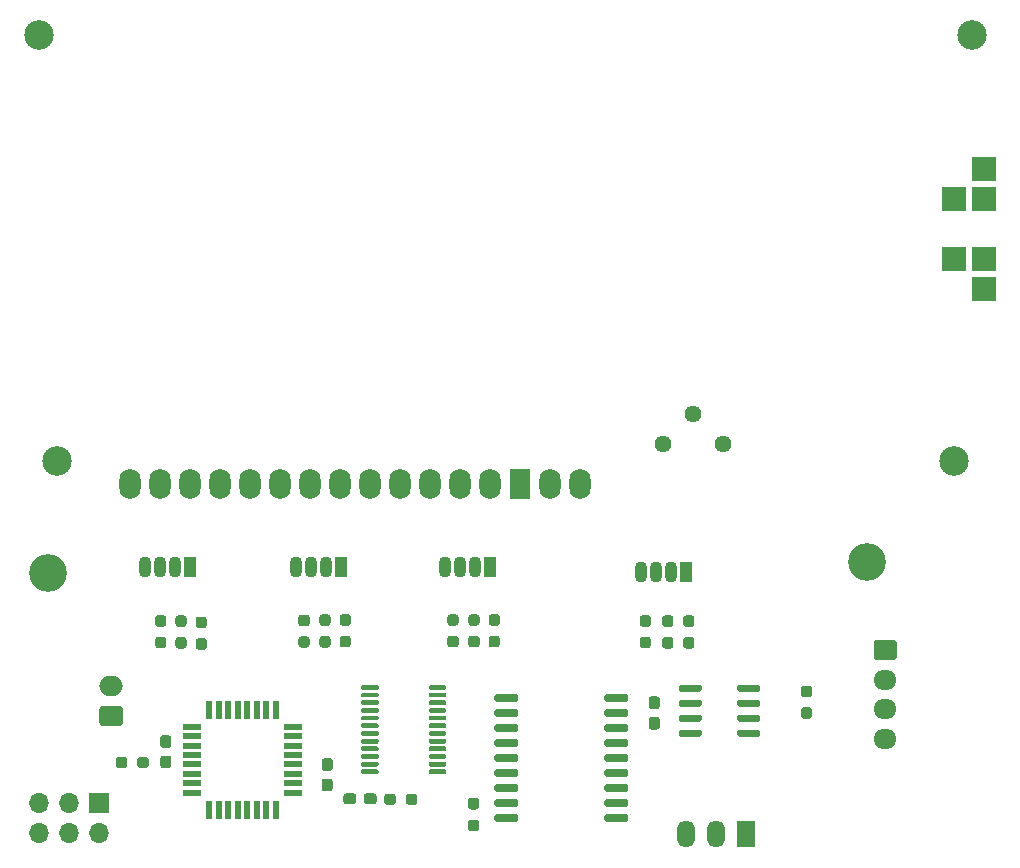
<source format=gbr>
G04 #@! TF.GenerationSoftware,KiCad,Pcbnew,5.1.7-a382d34a8~88~ubuntu18.04.1*
G04 #@! TF.CreationDate,2021-02-25T09:38:48-05:00*
G04 #@! TF.ProjectId,Dash_Left,44617368-5f4c-4656-9674-2e6b69636164,rev?*
G04 #@! TF.SameCoordinates,Original*
G04 #@! TF.FileFunction,Soldermask,Top*
G04 #@! TF.FilePolarity,Negative*
%FSLAX46Y46*%
G04 Gerber Fmt 4.6, Leading zero omitted, Abs format (unit mm)*
G04 Created by KiCad (PCBNEW 5.1.7-a382d34a8~88~ubuntu18.04.1) date 2021-02-25 09:38:48*
%MOMM*%
%LPD*%
G01*
G04 APERTURE LIST*
%ADD10R,2.000000X2.000000*%
%ADD11C,2.500000*%
%ADD12O,1.800000X2.600000*%
%ADD13R,1.800000X2.600000*%
%ADD14O,1.500000X2.300000*%
%ADD15R,1.500000X2.300000*%
%ADD16R,0.550000X1.600000*%
%ADD17R,1.600000X0.550000*%
%ADD18C,1.440000*%
%ADD19O,2.000000X1.700000*%
%ADD20O,1.700000X1.700000*%
%ADD21R,1.700000X1.700000*%
%ADD22O,1.950000X1.700000*%
%ADD23C,3.200000*%
%ADD24O,1.070000X1.800000*%
%ADD25R,1.070000X1.800000*%
G04 APERTURE END LIST*
G36*
G01*
X139099580Y-110920520D02*
X139099580Y-111395520D01*
G75*
G02*
X138862080Y-111633020I-237500J0D01*
G01*
X138262080Y-111633020D01*
G75*
G02*
X138024580Y-111395520I0J237500D01*
G01*
X138024580Y-110920520D01*
G75*
G02*
X138262080Y-110683020I237500J0D01*
G01*
X138862080Y-110683020D01*
G75*
G02*
X139099580Y-110920520I0J-237500D01*
G01*
G37*
G36*
G01*
X140824580Y-110920520D02*
X140824580Y-111395520D01*
G75*
G02*
X140587080Y-111633020I-237500J0D01*
G01*
X139987080Y-111633020D01*
G75*
G02*
X139749580Y-111395520I0J237500D01*
G01*
X139749580Y-110920520D01*
G75*
G02*
X139987080Y-110683020I237500J0D01*
G01*
X140587080Y-110683020D01*
G75*
G02*
X140824580Y-110920520I0J-237500D01*
G01*
G37*
G36*
G01*
X122317500Y-97429500D02*
X122792500Y-97429500D01*
G75*
G02*
X123030000Y-97667000I0J-237500D01*
G01*
X123030000Y-98167000D01*
G75*
G02*
X122792500Y-98404500I-237500J0D01*
G01*
X122317500Y-98404500D01*
G75*
G02*
X122080000Y-98167000I0J237500D01*
G01*
X122080000Y-97667000D01*
G75*
G02*
X122317500Y-97429500I237500J0D01*
G01*
G37*
G36*
G01*
X122317500Y-95604500D02*
X122792500Y-95604500D01*
G75*
G02*
X123030000Y-95842000I0J-237500D01*
G01*
X123030000Y-96342000D01*
G75*
G02*
X122792500Y-96579500I-237500J0D01*
G01*
X122317500Y-96579500D01*
G75*
G02*
X122080000Y-96342000I0J237500D01*
G01*
X122080000Y-95842000D01*
G75*
G02*
X122317500Y-95604500I237500J0D01*
G01*
G37*
G36*
G01*
X124032000Y-97453000D02*
X124507000Y-97453000D01*
G75*
G02*
X124744500Y-97690500I0J-237500D01*
G01*
X124744500Y-98190500D01*
G75*
G02*
X124507000Y-98428000I-237500J0D01*
G01*
X124032000Y-98428000D01*
G75*
G02*
X123794500Y-98190500I0J237500D01*
G01*
X123794500Y-97690500D01*
G75*
G02*
X124032000Y-97453000I237500J0D01*
G01*
G37*
G36*
G01*
X124032000Y-95628000D02*
X124507000Y-95628000D01*
G75*
G02*
X124744500Y-95865500I0J-237500D01*
G01*
X124744500Y-96365500D01*
G75*
G02*
X124507000Y-96603000I-237500J0D01*
G01*
X124032000Y-96603000D01*
G75*
G02*
X123794500Y-96365500I0J237500D01*
G01*
X123794500Y-95865500D01*
G75*
G02*
X124032000Y-95628000I237500J0D01*
G01*
G37*
G36*
G01*
X125746500Y-97556500D02*
X126221500Y-97556500D01*
G75*
G02*
X126459000Y-97794000I0J-237500D01*
G01*
X126459000Y-98294000D01*
G75*
G02*
X126221500Y-98531500I-237500J0D01*
G01*
X125746500Y-98531500D01*
G75*
G02*
X125509000Y-98294000I0J237500D01*
G01*
X125509000Y-97794000D01*
G75*
G02*
X125746500Y-97556500I237500J0D01*
G01*
G37*
G36*
G01*
X125746500Y-95731500D02*
X126221500Y-95731500D01*
G75*
G02*
X126459000Y-95969000I0J-237500D01*
G01*
X126459000Y-96469000D01*
G75*
G02*
X126221500Y-96706500I-237500J0D01*
G01*
X125746500Y-96706500D01*
G75*
G02*
X125509000Y-96469000I0J237500D01*
G01*
X125509000Y-95969000D01*
G75*
G02*
X125746500Y-95731500I237500J0D01*
G01*
G37*
G36*
G01*
X134446000Y-97389500D02*
X134921000Y-97389500D01*
G75*
G02*
X135158500Y-97627000I0J-237500D01*
G01*
X135158500Y-98127000D01*
G75*
G02*
X134921000Y-98364500I-237500J0D01*
G01*
X134446000Y-98364500D01*
G75*
G02*
X134208500Y-98127000I0J237500D01*
G01*
X134208500Y-97627000D01*
G75*
G02*
X134446000Y-97389500I237500J0D01*
G01*
G37*
G36*
G01*
X134446000Y-95564500D02*
X134921000Y-95564500D01*
G75*
G02*
X135158500Y-95802000I0J-237500D01*
G01*
X135158500Y-96302000D01*
G75*
G02*
X134921000Y-96539500I-237500J0D01*
G01*
X134446000Y-96539500D01*
G75*
G02*
X134208500Y-96302000I0J237500D01*
G01*
X134208500Y-95802000D01*
G75*
G02*
X134446000Y-95564500I237500J0D01*
G01*
G37*
G36*
G01*
X136224000Y-97366000D02*
X136699000Y-97366000D01*
G75*
G02*
X136936500Y-97603500I0J-237500D01*
G01*
X136936500Y-98103500D01*
G75*
G02*
X136699000Y-98341000I-237500J0D01*
G01*
X136224000Y-98341000D01*
G75*
G02*
X135986500Y-98103500I0J237500D01*
G01*
X135986500Y-97603500D01*
G75*
G02*
X136224000Y-97366000I237500J0D01*
G01*
G37*
G36*
G01*
X136224000Y-95541000D02*
X136699000Y-95541000D01*
G75*
G02*
X136936500Y-95778500I0J-237500D01*
G01*
X136936500Y-96278500D01*
G75*
G02*
X136699000Y-96516000I-237500J0D01*
G01*
X136224000Y-96516000D01*
G75*
G02*
X135986500Y-96278500I0J237500D01*
G01*
X135986500Y-95778500D01*
G75*
G02*
X136224000Y-95541000I237500J0D01*
G01*
G37*
G36*
G01*
X137938500Y-97349500D02*
X138413500Y-97349500D01*
G75*
G02*
X138651000Y-97587000I0J-237500D01*
G01*
X138651000Y-98087000D01*
G75*
G02*
X138413500Y-98324500I-237500J0D01*
G01*
X137938500Y-98324500D01*
G75*
G02*
X137701000Y-98087000I0J237500D01*
G01*
X137701000Y-97587000D01*
G75*
G02*
X137938500Y-97349500I237500J0D01*
G01*
G37*
G36*
G01*
X137938500Y-95524500D02*
X138413500Y-95524500D01*
G75*
G02*
X138651000Y-95762000I0J-237500D01*
G01*
X138651000Y-96262000D01*
G75*
G02*
X138413500Y-96499500I-237500J0D01*
G01*
X137938500Y-96499500D01*
G75*
G02*
X137701000Y-96262000I0J237500D01*
G01*
X137701000Y-95762000D01*
G75*
G02*
X137938500Y-95524500I237500J0D01*
G01*
G37*
G36*
G01*
X147057100Y-97351400D02*
X147532100Y-97351400D01*
G75*
G02*
X147769600Y-97588900I0J-237500D01*
G01*
X147769600Y-98088900D01*
G75*
G02*
X147532100Y-98326400I-237500J0D01*
G01*
X147057100Y-98326400D01*
G75*
G02*
X146819600Y-98088900I0J237500D01*
G01*
X146819600Y-97588900D01*
G75*
G02*
X147057100Y-97351400I237500J0D01*
G01*
G37*
G36*
G01*
X147057100Y-95526400D02*
X147532100Y-95526400D01*
G75*
G02*
X147769600Y-95763900I0J-237500D01*
G01*
X147769600Y-96263900D01*
G75*
G02*
X147532100Y-96501400I-237500J0D01*
G01*
X147057100Y-96501400D01*
G75*
G02*
X146819600Y-96263900I0J237500D01*
G01*
X146819600Y-95763900D01*
G75*
G02*
X147057100Y-95526400I237500J0D01*
G01*
G37*
G36*
G01*
X148835100Y-97351400D02*
X149310100Y-97351400D01*
G75*
G02*
X149547600Y-97588900I0J-237500D01*
G01*
X149547600Y-98088900D01*
G75*
G02*
X149310100Y-98326400I-237500J0D01*
G01*
X148835100Y-98326400D01*
G75*
G02*
X148597600Y-98088900I0J237500D01*
G01*
X148597600Y-97588900D01*
G75*
G02*
X148835100Y-97351400I237500J0D01*
G01*
G37*
G36*
G01*
X148835100Y-95526400D02*
X149310100Y-95526400D01*
G75*
G02*
X149547600Y-95763900I0J-237500D01*
G01*
X149547600Y-96263900D01*
G75*
G02*
X149310100Y-96501400I-237500J0D01*
G01*
X148835100Y-96501400D01*
G75*
G02*
X148597600Y-96263900I0J237500D01*
G01*
X148597600Y-95763900D01*
G75*
G02*
X148835100Y-95526400I237500J0D01*
G01*
G37*
G36*
G01*
X150549600Y-97351400D02*
X151024600Y-97351400D01*
G75*
G02*
X151262100Y-97588900I0J-237500D01*
G01*
X151262100Y-98088900D01*
G75*
G02*
X151024600Y-98326400I-237500J0D01*
G01*
X150549600Y-98326400D01*
G75*
G02*
X150312100Y-98088900I0J237500D01*
G01*
X150312100Y-97588900D01*
G75*
G02*
X150549600Y-97351400I237500J0D01*
G01*
G37*
G36*
G01*
X150549600Y-95526400D02*
X151024600Y-95526400D01*
G75*
G02*
X151262100Y-95763900I0J-237500D01*
G01*
X151262100Y-96263900D01*
G75*
G02*
X151024600Y-96501400I-237500J0D01*
G01*
X150549600Y-96501400D01*
G75*
G02*
X150312100Y-96263900I0J237500D01*
G01*
X150312100Y-95763900D01*
G75*
G02*
X150549600Y-95526400I237500J0D01*
G01*
G37*
G36*
G01*
X163338500Y-97429500D02*
X163813500Y-97429500D01*
G75*
G02*
X164051000Y-97667000I0J-237500D01*
G01*
X164051000Y-98167000D01*
G75*
G02*
X163813500Y-98404500I-237500J0D01*
G01*
X163338500Y-98404500D01*
G75*
G02*
X163101000Y-98167000I0J237500D01*
G01*
X163101000Y-97667000D01*
G75*
G02*
X163338500Y-97429500I237500J0D01*
G01*
G37*
G36*
G01*
X163338500Y-95604500D02*
X163813500Y-95604500D01*
G75*
G02*
X164051000Y-95842000I0J-237500D01*
G01*
X164051000Y-96342000D01*
G75*
G02*
X163813500Y-96579500I-237500J0D01*
G01*
X163338500Y-96579500D01*
G75*
G02*
X163101000Y-96342000I0J237500D01*
G01*
X163101000Y-95842000D01*
G75*
G02*
X163338500Y-95604500I237500J0D01*
G01*
G37*
G36*
G01*
X165243500Y-97453000D02*
X165718500Y-97453000D01*
G75*
G02*
X165956000Y-97690500I0J-237500D01*
G01*
X165956000Y-98190500D01*
G75*
G02*
X165718500Y-98428000I-237500J0D01*
G01*
X165243500Y-98428000D01*
G75*
G02*
X165006000Y-98190500I0J237500D01*
G01*
X165006000Y-97690500D01*
G75*
G02*
X165243500Y-97453000I237500J0D01*
G01*
G37*
G36*
G01*
X165243500Y-95628000D02*
X165718500Y-95628000D01*
G75*
G02*
X165956000Y-95865500I0J-237500D01*
G01*
X165956000Y-96365500D01*
G75*
G02*
X165718500Y-96603000I-237500J0D01*
G01*
X165243500Y-96603000D01*
G75*
G02*
X165006000Y-96365500I0J237500D01*
G01*
X165006000Y-95865500D01*
G75*
G02*
X165243500Y-95628000I237500J0D01*
G01*
G37*
G36*
G01*
X167021500Y-97453000D02*
X167496500Y-97453000D01*
G75*
G02*
X167734000Y-97690500I0J-237500D01*
G01*
X167734000Y-98190500D01*
G75*
G02*
X167496500Y-98428000I-237500J0D01*
G01*
X167021500Y-98428000D01*
G75*
G02*
X166784000Y-98190500I0J237500D01*
G01*
X166784000Y-97690500D01*
G75*
G02*
X167021500Y-97453000I237500J0D01*
G01*
G37*
G36*
G01*
X167021500Y-95628000D02*
X167496500Y-95628000D01*
G75*
G02*
X167734000Y-95865500I0J-237500D01*
G01*
X167734000Y-96365500D01*
G75*
G02*
X167496500Y-96603000I-237500J0D01*
G01*
X167021500Y-96603000D01*
G75*
G02*
X166784000Y-96365500I0J237500D01*
G01*
X166784000Y-95865500D01*
G75*
G02*
X167021500Y-95628000I237500J0D01*
G01*
G37*
G36*
G01*
X171362500Y-101940500D02*
X171362500Y-101640500D01*
G75*
G02*
X171512500Y-101490500I150000J0D01*
G01*
X173162500Y-101490500D01*
G75*
G02*
X173312500Y-101640500I0J-150000D01*
G01*
X173312500Y-101940500D01*
G75*
G02*
X173162500Y-102090500I-150000J0D01*
G01*
X171512500Y-102090500D01*
G75*
G02*
X171362500Y-101940500I0J150000D01*
G01*
G37*
G36*
G01*
X171362500Y-103210500D02*
X171362500Y-102910500D01*
G75*
G02*
X171512500Y-102760500I150000J0D01*
G01*
X173162500Y-102760500D01*
G75*
G02*
X173312500Y-102910500I0J-150000D01*
G01*
X173312500Y-103210500D01*
G75*
G02*
X173162500Y-103360500I-150000J0D01*
G01*
X171512500Y-103360500D01*
G75*
G02*
X171362500Y-103210500I0J150000D01*
G01*
G37*
G36*
G01*
X171362500Y-104480500D02*
X171362500Y-104180500D01*
G75*
G02*
X171512500Y-104030500I150000J0D01*
G01*
X173162500Y-104030500D01*
G75*
G02*
X173312500Y-104180500I0J-150000D01*
G01*
X173312500Y-104480500D01*
G75*
G02*
X173162500Y-104630500I-150000J0D01*
G01*
X171512500Y-104630500D01*
G75*
G02*
X171362500Y-104480500I0J150000D01*
G01*
G37*
G36*
G01*
X171362500Y-105750500D02*
X171362500Y-105450500D01*
G75*
G02*
X171512500Y-105300500I150000J0D01*
G01*
X173162500Y-105300500D01*
G75*
G02*
X173312500Y-105450500I0J-150000D01*
G01*
X173312500Y-105750500D01*
G75*
G02*
X173162500Y-105900500I-150000J0D01*
G01*
X171512500Y-105900500D01*
G75*
G02*
X171362500Y-105750500I0J150000D01*
G01*
G37*
G36*
G01*
X166412500Y-105750500D02*
X166412500Y-105450500D01*
G75*
G02*
X166562500Y-105300500I150000J0D01*
G01*
X168212500Y-105300500D01*
G75*
G02*
X168362500Y-105450500I0J-150000D01*
G01*
X168362500Y-105750500D01*
G75*
G02*
X168212500Y-105900500I-150000J0D01*
G01*
X166562500Y-105900500D01*
G75*
G02*
X166412500Y-105750500I0J150000D01*
G01*
G37*
G36*
G01*
X166412500Y-104480500D02*
X166412500Y-104180500D01*
G75*
G02*
X166562500Y-104030500I150000J0D01*
G01*
X168212500Y-104030500D01*
G75*
G02*
X168362500Y-104180500I0J-150000D01*
G01*
X168362500Y-104480500D01*
G75*
G02*
X168212500Y-104630500I-150000J0D01*
G01*
X166562500Y-104630500D01*
G75*
G02*
X166412500Y-104480500I0J150000D01*
G01*
G37*
G36*
G01*
X166412500Y-103210500D02*
X166412500Y-102910500D01*
G75*
G02*
X166562500Y-102760500I150000J0D01*
G01*
X168212500Y-102760500D01*
G75*
G02*
X168362500Y-102910500I0J-150000D01*
G01*
X168362500Y-103210500D01*
G75*
G02*
X168212500Y-103360500I-150000J0D01*
G01*
X166562500Y-103360500D01*
G75*
G02*
X166412500Y-103210500I0J150000D01*
G01*
G37*
G36*
G01*
X166412500Y-101940500D02*
X166412500Y-101640500D01*
G75*
G02*
X166562500Y-101490500I150000J0D01*
G01*
X168212500Y-101490500D01*
G75*
G02*
X168362500Y-101640500I0J-150000D01*
G01*
X168362500Y-101940500D01*
G75*
G02*
X168212500Y-102090500I-150000J0D01*
G01*
X166562500Y-102090500D01*
G75*
G02*
X166412500Y-101940500I0J150000D01*
G01*
G37*
G36*
G01*
X152839000Y-112626000D02*
X152839000Y-112926000D01*
G75*
G02*
X152689000Y-113076000I-150000J0D01*
G01*
X150939000Y-113076000D01*
G75*
G02*
X150789000Y-112926000I0J150000D01*
G01*
X150789000Y-112626000D01*
G75*
G02*
X150939000Y-112476000I150000J0D01*
G01*
X152689000Y-112476000D01*
G75*
G02*
X152839000Y-112626000I0J-150000D01*
G01*
G37*
G36*
G01*
X152839000Y-111356000D02*
X152839000Y-111656000D01*
G75*
G02*
X152689000Y-111806000I-150000J0D01*
G01*
X150939000Y-111806000D01*
G75*
G02*
X150789000Y-111656000I0J150000D01*
G01*
X150789000Y-111356000D01*
G75*
G02*
X150939000Y-111206000I150000J0D01*
G01*
X152689000Y-111206000D01*
G75*
G02*
X152839000Y-111356000I0J-150000D01*
G01*
G37*
G36*
G01*
X152839000Y-110086000D02*
X152839000Y-110386000D01*
G75*
G02*
X152689000Y-110536000I-150000J0D01*
G01*
X150939000Y-110536000D01*
G75*
G02*
X150789000Y-110386000I0J150000D01*
G01*
X150789000Y-110086000D01*
G75*
G02*
X150939000Y-109936000I150000J0D01*
G01*
X152689000Y-109936000D01*
G75*
G02*
X152839000Y-110086000I0J-150000D01*
G01*
G37*
G36*
G01*
X152839000Y-108816000D02*
X152839000Y-109116000D01*
G75*
G02*
X152689000Y-109266000I-150000J0D01*
G01*
X150939000Y-109266000D01*
G75*
G02*
X150789000Y-109116000I0J150000D01*
G01*
X150789000Y-108816000D01*
G75*
G02*
X150939000Y-108666000I150000J0D01*
G01*
X152689000Y-108666000D01*
G75*
G02*
X152839000Y-108816000I0J-150000D01*
G01*
G37*
G36*
G01*
X152839000Y-107546000D02*
X152839000Y-107846000D01*
G75*
G02*
X152689000Y-107996000I-150000J0D01*
G01*
X150939000Y-107996000D01*
G75*
G02*
X150789000Y-107846000I0J150000D01*
G01*
X150789000Y-107546000D01*
G75*
G02*
X150939000Y-107396000I150000J0D01*
G01*
X152689000Y-107396000D01*
G75*
G02*
X152839000Y-107546000I0J-150000D01*
G01*
G37*
G36*
G01*
X152839000Y-106276000D02*
X152839000Y-106576000D01*
G75*
G02*
X152689000Y-106726000I-150000J0D01*
G01*
X150939000Y-106726000D01*
G75*
G02*
X150789000Y-106576000I0J150000D01*
G01*
X150789000Y-106276000D01*
G75*
G02*
X150939000Y-106126000I150000J0D01*
G01*
X152689000Y-106126000D01*
G75*
G02*
X152839000Y-106276000I0J-150000D01*
G01*
G37*
G36*
G01*
X152839000Y-105006000D02*
X152839000Y-105306000D01*
G75*
G02*
X152689000Y-105456000I-150000J0D01*
G01*
X150939000Y-105456000D01*
G75*
G02*
X150789000Y-105306000I0J150000D01*
G01*
X150789000Y-105006000D01*
G75*
G02*
X150939000Y-104856000I150000J0D01*
G01*
X152689000Y-104856000D01*
G75*
G02*
X152839000Y-105006000I0J-150000D01*
G01*
G37*
G36*
G01*
X152839000Y-103736000D02*
X152839000Y-104036000D01*
G75*
G02*
X152689000Y-104186000I-150000J0D01*
G01*
X150939000Y-104186000D01*
G75*
G02*
X150789000Y-104036000I0J150000D01*
G01*
X150789000Y-103736000D01*
G75*
G02*
X150939000Y-103586000I150000J0D01*
G01*
X152689000Y-103586000D01*
G75*
G02*
X152839000Y-103736000I0J-150000D01*
G01*
G37*
G36*
G01*
X152839000Y-102466000D02*
X152839000Y-102766000D01*
G75*
G02*
X152689000Y-102916000I-150000J0D01*
G01*
X150939000Y-102916000D01*
G75*
G02*
X150789000Y-102766000I0J150000D01*
G01*
X150789000Y-102466000D01*
G75*
G02*
X150939000Y-102316000I150000J0D01*
G01*
X152689000Y-102316000D01*
G75*
G02*
X152839000Y-102466000I0J-150000D01*
G01*
G37*
G36*
G01*
X162139000Y-102466000D02*
X162139000Y-102766000D01*
G75*
G02*
X161989000Y-102916000I-150000J0D01*
G01*
X160239000Y-102916000D01*
G75*
G02*
X160089000Y-102766000I0J150000D01*
G01*
X160089000Y-102466000D01*
G75*
G02*
X160239000Y-102316000I150000J0D01*
G01*
X161989000Y-102316000D01*
G75*
G02*
X162139000Y-102466000I0J-150000D01*
G01*
G37*
G36*
G01*
X162139000Y-103736000D02*
X162139000Y-104036000D01*
G75*
G02*
X161989000Y-104186000I-150000J0D01*
G01*
X160239000Y-104186000D01*
G75*
G02*
X160089000Y-104036000I0J150000D01*
G01*
X160089000Y-103736000D01*
G75*
G02*
X160239000Y-103586000I150000J0D01*
G01*
X161989000Y-103586000D01*
G75*
G02*
X162139000Y-103736000I0J-150000D01*
G01*
G37*
G36*
G01*
X162139000Y-105006000D02*
X162139000Y-105306000D01*
G75*
G02*
X161989000Y-105456000I-150000J0D01*
G01*
X160239000Y-105456000D01*
G75*
G02*
X160089000Y-105306000I0J150000D01*
G01*
X160089000Y-105006000D01*
G75*
G02*
X160239000Y-104856000I150000J0D01*
G01*
X161989000Y-104856000D01*
G75*
G02*
X162139000Y-105006000I0J-150000D01*
G01*
G37*
G36*
G01*
X162139000Y-106276000D02*
X162139000Y-106576000D01*
G75*
G02*
X161989000Y-106726000I-150000J0D01*
G01*
X160239000Y-106726000D01*
G75*
G02*
X160089000Y-106576000I0J150000D01*
G01*
X160089000Y-106276000D01*
G75*
G02*
X160239000Y-106126000I150000J0D01*
G01*
X161989000Y-106126000D01*
G75*
G02*
X162139000Y-106276000I0J-150000D01*
G01*
G37*
G36*
G01*
X162139000Y-107546000D02*
X162139000Y-107846000D01*
G75*
G02*
X161989000Y-107996000I-150000J0D01*
G01*
X160239000Y-107996000D01*
G75*
G02*
X160089000Y-107846000I0J150000D01*
G01*
X160089000Y-107546000D01*
G75*
G02*
X160239000Y-107396000I150000J0D01*
G01*
X161989000Y-107396000D01*
G75*
G02*
X162139000Y-107546000I0J-150000D01*
G01*
G37*
G36*
G01*
X162139000Y-108816000D02*
X162139000Y-109116000D01*
G75*
G02*
X161989000Y-109266000I-150000J0D01*
G01*
X160239000Y-109266000D01*
G75*
G02*
X160089000Y-109116000I0J150000D01*
G01*
X160089000Y-108816000D01*
G75*
G02*
X160239000Y-108666000I150000J0D01*
G01*
X161989000Y-108666000D01*
G75*
G02*
X162139000Y-108816000I0J-150000D01*
G01*
G37*
G36*
G01*
X162139000Y-110086000D02*
X162139000Y-110386000D01*
G75*
G02*
X161989000Y-110536000I-150000J0D01*
G01*
X160239000Y-110536000D01*
G75*
G02*
X160089000Y-110386000I0J150000D01*
G01*
X160089000Y-110086000D01*
G75*
G02*
X160239000Y-109936000I150000J0D01*
G01*
X161989000Y-109936000D01*
G75*
G02*
X162139000Y-110086000I0J-150000D01*
G01*
G37*
G36*
G01*
X162139000Y-111356000D02*
X162139000Y-111656000D01*
G75*
G02*
X161989000Y-111806000I-150000J0D01*
G01*
X160239000Y-111806000D01*
G75*
G02*
X160089000Y-111656000I0J150000D01*
G01*
X160089000Y-111356000D01*
G75*
G02*
X160239000Y-111206000I150000J0D01*
G01*
X161989000Y-111206000D01*
G75*
G02*
X162139000Y-111356000I0J-150000D01*
G01*
G37*
G36*
G01*
X162139000Y-112626000D02*
X162139000Y-112926000D01*
G75*
G02*
X161989000Y-113076000I-150000J0D01*
G01*
X160239000Y-113076000D01*
G75*
G02*
X160089000Y-112926000I0J150000D01*
G01*
X160089000Y-112626000D01*
G75*
G02*
X160239000Y-112476000I150000J0D01*
G01*
X161989000Y-112476000D01*
G75*
G02*
X162139000Y-112626000I0J-150000D01*
G01*
G37*
G36*
G01*
X140999000Y-108769000D02*
X140999000Y-108969000D01*
G75*
G02*
X140899000Y-109069000I-100000J0D01*
G01*
X139624000Y-109069000D01*
G75*
G02*
X139524000Y-108969000I0J100000D01*
G01*
X139524000Y-108769000D01*
G75*
G02*
X139624000Y-108669000I100000J0D01*
G01*
X140899000Y-108669000D01*
G75*
G02*
X140999000Y-108769000I0J-100000D01*
G01*
G37*
G36*
G01*
X140999000Y-108119000D02*
X140999000Y-108319000D01*
G75*
G02*
X140899000Y-108419000I-100000J0D01*
G01*
X139624000Y-108419000D01*
G75*
G02*
X139524000Y-108319000I0J100000D01*
G01*
X139524000Y-108119000D01*
G75*
G02*
X139624000Y-108019000I100000J0D01*
G01*
X140899000Y-108019000D01*
G75*
G02*
X140999000Y-108119000I0J-100000D01*
G01*
G37*
G36*
G01*
X140999000Y-107469000D02*
X140999000Y-107669000D01*
G75*
G02*
X140899000Y-107769000I-100000J0D01*
G01*
X139624000Y-107769000D01*
G75*
G02*
X139524000Y-107669000I0J100000D01*
G01*
X139524000Y-107469000D01*
G75*
G02*
X139624000Y-107369000I100000J0D01*
G01*
X140899000Y-107369000D01*
G75*
G02*
X140999000Y-107469000I0J-100000D01*
G01*
G37*
G36*
G01*
X140999000Y-106819000D02*
X140999000Y-107019000D01*
G75*
G02*
X140899000Y-107119000I-100000J0D01*
G01*
X139624000Y-107119000D01*
G75*
G02*
X139524000Y-107019000I0J100000D01*
G01*
X139524000Y-106819000D01*
G75*
G02*
X139624000Y-106719000I100000J0D01*
G01*
X140899000Y-106719000D01*
G75*
G02*
X140999000Y-106819000I0J-100000D01*
G01*
G37*
G36*
G01*
X140999000Y-106169000D02*
X140999000Y-106369000D01*
G75*
G02*
X140899000Y-106469000I-100000J0D01*
G01*
X139624000Y-106469000D01*
G75*
G02*
X139524000Y-106369000I0J100000D01*
G01*
X139524000Y-106169000D01*
G75*
G02*
X139624000Y-106069000I100000J0D01*
G01*
X140899000Y-106069000D01*
G75*
G02*
X140999000Y-106169000I0J-100000D01*
G01*
G37*
G36*
G01*
X140999000Y-105519000D02*
X140999000Y-105719000D01*
G75*
G02*
X140899000Y-105819000I-100000J0D01*
G01*
X139624000Y-105819000D01*
G75*
G02*
X139524000Y-105719000I0J100000D01*
G01*
X139524000Y-105519000D01*
G75*
G02*
X139624000Y-105419000I100000J0D01*
G01*
X140899000Y-105419000D01*
G75*
G02*
X140999000Y-105519000I0J-100000D01*
G01*
G37*
G36*
G01*
X140999000Y-104869000D02*
X140999000Y-105069000D01*
G75*
G02*
X140899000Y-105169000I-100000J0D01*
G01*
X139624000Y-105169000D01*
G75*
G02*
X139524000Y-105069000I0J100000D01*
G01*
X139524000Y-104869000D01*
G75*
G02*
X139624000Y-104769000I100000J0D01*
G01*
X140899000Y-104769000D01*
G75*
G02*
X140999000Y-104869000I0J-100000D01*
G01*
G37*
G36*
G01*
X140999000Y-104219000D02*
X140999000Y-104419000D01*
G75*
G02*
X140899000Y-104519000I-100000J0D01*
G01*
X139624000Y-104519000D01*
G75*
G02*
X139524000Y-104419000I0J100000D01*
G01*
X139524000Y-104219000D01*
G75*
G02*
X139624000Y-104119000I100000J0D01*
G01*
X140899000Y-104119000D01*
G75*
G02*
X140999000Y-104219000I0J-100000D01*
G01*
G37*
G36*
G01*
X140999000Y-103569000D02*
X140999000Y-103769000D01*
G75*
G02*
X140899000Y-103869000I-100000J0D01*
G01*
X139624000Y-103869000D01*
G75*
G02*
X139524000Y-103769000I0J100000D01*
G01*
X139524000Y-103569000D01*
G75*
G02*
X139624000Y-103469000I100000J0D01*
G01*
X140899000Y-103469000D01*
G75*
G02*
X140999000Y-103569000I0J-100000D01*
G01*
G37*
G36*
G01*
X140999000Y-102919000D02*
X140999000Y-103119000D01*
G75*
G02*
X140899000Y-103219000I-100000J0D01*
G01*
X139624000Y-103219000D01*
G75*
G02*
X139524000Y-103119000I0J100000D01*
G01*
X139524000Y-102919000D01*
G75*
G02*
X139624000Y-102819000I100000J0D01*
G01*
X140899000Y-102819000D01*
G75*
G02*
X140999000Y-102919000I0J-100000D01*
G01*
G37*
G36*
G01*
X140999000Y-102269000D02*
X140999000Y-102469000D01*
G75*
G02*
X140899000Y-102569000I-100000J0D01*
G01*
X139624000Y-102569000D01*
G75*
G02*
X139524000Y-102469000I0J100000D01*
G01*
X139524000Y-102269000D01*
G75*
G02*
X139624000Y-102169000I100000J0D01*
G01*
X140899000Y-102169000D01*
G75*
G02*
X140999000Y-102269000I0J-100000D01*
G01*
G37*
G36*
G01*
X140999000Y-101619000D02*
X140999000Y-101819000D01*
G75*
G02*
X140899000Y-101919000I-100000J0D01*
G01*
X139624000Y-101919000D01*
G75*
G02*
X139524000Y-101819000I0J100000D01*
G01*
X139524000Y-101619000D01*
G75*
G02*
X139624000Y-101519000I100000J0D01*
G01*
X140899000Y-101519000D01*
G75*
G02*
X140999000Y-101619000I0J-100000D01*
G01*
G37*
G36*
G01*
X146724000Y-101619000D02*
X146724000Y-101819000D01*
G75*
G02*
X146624000Y-101919000I-100000J0D01*
G01*
X145349000Y-101919000D01*
G75*
G02*
X145249000Y-101819000I0J100000D01*
G01*
X145249000Y-101619000D01*
G75*
G02*
X145349000Y-101519000I100000J0D01*
G01*
X146624000Y-101519000D01*
G75*
G02*
X146724000Y-101619000I0J-100000D01*
G01*
G37*
G36*
G01*
X146724000Y-102269000D02*
X146724000Y-102469000D01*
G75*
G02*
X146624000Y-102569000I-100000J0D01*
G01*
X145349000Y-102569000D01*
G75*
G02*
X145249000Y-102469000I0J100000D01*
G01*
X145249000Y-102269000D01*
G75*
G02*
X145349000Y-102169000I100000J0D01*
G01*
X146624000Y-102169000D01*
G75*
G02*
X146724000Y-102269000I0J-100000D01*
G01*
G37*
G36*
G01*
X146724000Y-102919000D02*
X146724000Y-103119000D01*
G75*
G02*
X146624000Y-103219000I-100000J0D01*
G01*
X145349000Y-103219000D01*
G75*
G02*
X145249000Y-103119000I0J100000D01*
G01*
X145249000Y-102919000D01*
G75*
G02*
X145349000Y-102819000I100000J0D01*
G01*
X146624000Y-102819000D01*
G75*
G02*
X146724000Y-102919000I0J-100000D01*
G01*
G37*
G36*
G01*
X146724000Y-103569000D02*
X146724000Y-103769000D01*
G75*
G02*
X146624000Y-103869000I-100000J0D01*
G01*
X145349000Y-103869000D01*
G75*
G02*
X145249000Y-103769000I0J100000D01*
G01*
X145249000Y-103569000D01*
G75*
G02*
X145349000Y-103469000I100000J0D01*
G01*
X146624000Y-103469000D01*
G75*
G02*
X146724000Y-103569000I0J-100000D01*
G01*
G37*
G36*
G01*
X146724000Y-104219000D02*
X146724000Y-104419000D01*
G75*
G02*
X146624000Y-104519000I-100000J0D01*
G01*
X145349000Y-104519000D01*
G75*
G02*
X145249000Y-104419000I0J100000D01*
G01*
X145249000Y-104219000D01*
G75*
G02*
X145349000Y-104119000I100000J0D01*
G01*
X146624000Y-104119000D01*
G75*
G02*
X146724000Y-104219000I0J-100000D01*
G01*
G37*
G36*
G01*
X146724000Y-104869000D02*
X146724000Y-105069000D01*
G75*
G02*
X146624000Y-105169000I-100000J0D01*
G01*
X145349000Y-105169000D01*
G75*
G02*
X145249000Y-105069000I0J100000D01*
G01*
X145249000Y-104869000D01*
G75*
G02*
X145349000Y-104769000I100000J0D01*
G01*
X146624000Y-104769000D01*
G75*
G02*
X146724000Y-104869000I0J-100000D01*
G01*
G37*
G36*
G01*
X146724000Y-105519000D02*
X146724000Y-105719000D01*
G75*
G02*
X146624000Y-105819000I-100000J0D01*
G01*
X145349000Y-105819000D01*
G75*
G02*
X145249000Y-105719000I0J100000D01*
G01*
X145249000Y-105519000D01*
G75*
G02*
X145349000Y-105419000I100000J0D01*
G01*
X146624000Y-105419000D01*
G75*
G02*
X146724000Y-105519000I0J-100000D01*
G01*
G37*
G36*
G01*
X146724000Y-106169000D02*
X146724000Y-106369000D01*
G75*
G02*
X146624000Y-106469000I-100000J0D01*
G01*
X145349000Y-106469000D01*
G75*
G02*
X145249000Y-106369000I0J100000D01*
G01*
X145249000Y-106169000D01*
G75*
G02*
X145349000Y-106069000I100000J0D01*
G01*
X146624000Y-106069000D01*
G75*
G02*
X146724000Y-106169000I0J-100000D01*
G01*
G37*
G36*
G01*
X146724000Y-106819000D02*
X146724000Y-107019000D01*
G75*
G02*
X146624000Y-107119000I-100000J0D01*
G01*
X145349000Y-107119000D01*
G75*
G02*
X145249000Y-107019000I0J100000D01*
G01*
X145249000Y-106819000D01*
G75*
G02*
X145349000Y-106719000I100000J0D01*
G01*
X146624000Y-106719000D01*
G75*
G02*
X146724000Y-106819000I0J-100000D01*
G01*
G37*
G36*
G01*
X146724000Y-107469000D02*
X146724000Y-107669000D01*
G75*
G02*
X146624000Y-107769000I-100000J0D01*
G01*
X145349000Y-107769000D01*
G75*
G02*
X145249000Y-107669000I0J100000D01*
G01*
X145249000Y-107469000D01*
G75*
G02*
X145349000Y-107369000I100000J0D01*
G01*
X146624000Y-107369000D01*
G75*
G02*
X146724000Y-107469000I0J-100000D01*
G01*
G37*
G36*
G01*
X146724000Y-108119000D02*
X146724000Y-108319000D01*
G75*
G02*
X146624000Y-108419000I-100000J0D01*
G01*
X145349000Y-108419000D01*
G75*
G02*
X145249000Y-108319000I0J100000D01*
G01*
X145249000Y-108119000D01*
G75*
G02*
X145349000Y-108019000I100000J0D01*
G01*
X146624000Y-108019000D01*
G75*
G02*
X146724000Y-108119000I0J-100000D01*
G01*
G37*
G36*
G01*
X146724000Y-108769000D02*
X146724000Y-108969000D01*
G75*
G02*
X146624000Y-109069000I-100000J0D01*
G01*
X145349000Y-109069000D01*
G75*
G02*
X145249000Y-108969000I0J100000D01*
G01*
X145249000Y-108769000D01*
G75*
G02*
X145349000Y-108669000I100000J0D01*
G01*
X146624000Y-108669000D01*
G75*
G02*
X146724000Y-108769000I0J-100000D01*
G01*
G37*
D10*
X192251500Y-67998500D03*
X192251500Y-65458500D03*
X189711500Y-65458500D03*
X189711500Y-60378500D03*
X192251500Y-60378500D03*
X192251500Y-57838500D03*
D11*
X189751500Y-82518500D03*
X191251500Y-46518500D03*
X112251500Y-46518500D03*
X113751500Y-82518500D03*
D12*
X155506420Y-84515960D03*
X158051500Y-84518500D03*
X119951500Y-84518500D03*
X122486420Y-84515960D03*
X125031500Y-84518500D03*
X127571500Y-84518500D03*
X130111500Y-84518500D03*
X132651500Y-84518500D03*
X135191500Y-84518500D03*
X137731500Y-84518500D03*
X140271500Y-84518500D03*
X142811500Y-84518500D03*
X145351500Y-84518500D03*
X147891500Y-84518500D03*
X150431500Y-84518500D03*
D13*
X152971500Y-84518500D03*
D14*
X167005000Y-114109500D03*
X169545000Y-114109500D03*
D15*
X172085000Y-114109500D03*
D16*
X126672000Y-103592000D03*
X127472000Y-103592000D03*
X128272000Y-103592000D03*
X129072000Y-103592000D03*
X129872000Y-103592000D03*
X130672000Y-103592000D03*
X131472000Y-103592000D03*
X132272000Y-103592000D03*
D17*
X133722000Y-105042000D03*
X133722000Y-105842000D03*
X133722000Y-106642000D03*
X133722000Y-107442000D03*
X133722000Y-108242000D03*
X133722000Y-109042000D03*
X133722000Y-109842000D03*
X133722000Y-110642000D03*
D16*
X132272000Y-112092000D03*
X131472000Y-112092000D03*
X130672000Y-112092000D03*
X129872000Y-112092000D03*
X129072000Y-112092000D03*
X128272000Y-112092000D03*
X127472000Y-112092000D03*
X126672000Y-112092000D03*
D17*
X125222000Y-110642000D03*
X125222000Y-109842000D03*
X125222000Y-109042000D03*
X125222000Y-108242000D03*
X125222000Y-107442000D03*
X125222000Y-106642000D03*
X125222000Y-105842000D03*
X125222000Y-105042000D03*
D18*
X165100000Y-81089500D03*
X167640000Y-78549500D03*
X170180000Y-81089500D03*
G36*
G01*
X176991000Y-103398500D02*
X177466000Y-103398500D01*
G75*
G02*
X177703500Y-103636000I0J-237500D01*
G01*
X177703500Y-104136000D01*
G75*
G02*
X177466000Y-104373500I-237500J0D01*
G01*
X176991000Y-104373500D01*
G75*
G02*
X176753500Y-104136000I0J237500D01*
G01*
X176753500Y-103636000D01*
G75*
G02*
X176991000Y-103398500I237500J0D01*
G01*
G37*
G36*
G01*
X176991000Y-101573500D02*
X177466000Y-101573500D01*
G75*
G02*
X177703500Y-101811000I0J-237500D01*
G01*
X177703500Y-102311000D01*
G75*
G02*
X177466000Y-102548500I-237500J0D01*
G01*
X176991000Y-102548500D01*
G75*
G02*
X176753500Y-102311000I0J237500D01*
G01*
X176753500Y-101811000D01*
G75*
G02*
X176991000Y-101573500I237500J0D01*
G01*
G37*
G36*
G01*
X149272000Y-112057000D02*
X148797000Y-112057000D01*
G75*
G02*
X148559500Y-111819500I0J237500D01*
G01*
X148559500Y-111319500D01*
G75*
G02*
X148797000Y-111082000I237500J0D01*
G01*
X149272000Y-111082000D01*
G75*
G02*
X149509500Y-111319500I0J-237500D01*
G01*
X149509500Y-111819500D01*
G75*
G02*
X149272000Y-112057000I-237500J0D01*
G01*
G37*
G36*
G01*
X149272000Y-113882000D02*
X148797000Y-113882000D01*
G75*
G02*
X148559500Y-113644500I0J237500D01*
G01*
X148559500Y-113144500D01*
G75*
G02*
X148797000Y-112907000I237500J0D01*
G01*
X149272000Y-112907000D01*
G75*
G02*
X149509500Y-113144500I0J-237500D01*
G01*
X149509500Y-113644500D01*
G75*
G02*
X149272000Y-113882000I-237500J0D01*
G01*
G37*
G36*
G01*
X143305080Y-111433620D02*
X143305080Y-110958620D01*
G75*
G02*
X143542580Y-110721120I237500J0D01*
G01*
X144042580Y-110721120D01*
G75*
G02*
X144280080Y-110958620I0J-237500D01*
G01*
X144280080Y-111433620D01*
G75*
G02*
X144042580Y-111671120I-237500J0D01*
G01*
X143542580Y-111671120D01*
G75*
G02*
X143305080Y-111433620I0J237500D01*
G01*
G37*
G36*
G01*
X141480080Y-111433620D02*
X141480080Y-110958620D01*
G75*
G02*
X141717580Y-110721120I237500J0D01*
G01*
X142217580Y-110721120D01*
G75*
G02*
X142455080Y-110958620I0J-237500D01*
G01*
X142455080Y-111433620D01*
G75*
G02*
X142217580Y-111671120I-237500J0D01*
G01*
X141717580Y-111671120D01*
G75*
G02*
X141480080Y-111433620I0J237500D01*
G01*
G37*
G36*
G01*
X119717000Y-107839500D02*
X119717000Y-108314500D01*
G75*
G02*
X119479500Y-108552000I-237500J0D01*
G01*
X118979500Y-108552000D01*
G75*
G02*
X118742000Y-108314500I0J237500D01*
G01*
X118742000Y-107839500D01*
G75*
G02*
X118979500Y-107602000I237500J0D01*
G01*
X119479500Y-107602000D01*
G75*
G02*
X119717000Y-107839500I0J-237500D01*
G01*
G37*
G36*
G01*
X121542000Y-107839500D02*
X121542000Y-108314500D01*
G75*
G02*
X121304500Y-108552000I-237500J0D01*
G01*
X120804500Y-108552000D01*
G75*
G02*
X120567000Y-108314500I0J237500D01*
G01*
X120567000Y-107839500D01*
G75*
G02*
X120804500Y-107602000I237500J0D01*
G01*
X121304500Y-107602000D01*
G75*
G02*
X121542000Y-107839500I0J-237500D01*
G01*
G37*
D19*
X118364000Y-101640000D03*
G36*
G01*
X119114000Y-104990000D02*
X117614000Y-104990000D01*
G75*
G02*
X117364000Y-104740000I0J250000D01*
G01*
X117364000Y-103540000D01*
G75*
G02*
X117614000Y-103290000I250000J0D01*
G01*
X119114000Y-103290000D01*
G75*
G02*
X119364000Y-103540000I0J-250000D01*
G01*
X119364000Y-104740000D01*
G75*
G02*
X119114000Y-104990000I-250000J0D01*
G01*
G37*
D20*
X112268000Y-114046000D03*
X112268000Y-111506000D03*
X114808000Y-114046000D03*
X114808000Y-111506000D03*
X117348000Y-114046000D03*
D21*
X117348000Y-111506000D03*
D22*
X183896000Y-106052000D03*
X183896000Y-103552000D03*
X183896000Y-101052000D03*
G36*
G01*
X183171000Y-97702000D02*
X184621000Y-97702000D01*
G75*
G02*
X184871000Y-97952000I0J-250000D01*
G01*
X184871000Y-99152000D01*
G75*
G02*
X184621000Y-99402000I-250000J0D01*
G01*
X183171000Y-99402000D01*
G75*
G02*
X182921000Y-99152000I0J250000D01*
G01*
X182921000Y-97952000D01*
G75*
G02*
X183171000Y-97702000I250000J0D01*
G01*
G37*
D23*
X113030000Y-92075000D03*
X182308500Y-91122500D03*
D24*
X121221500Y-91503500D03*
X122491500Y-91503500D03*
X123761500Y-91503500D03*
D25*
X125031500Y-91503500D03*
D24*
X133985000Y-91503500D03*
X135255000Y-91503500D03*
X136525000Y-91503500D03*
D25*
X137795000Y-91503500D03*
D24*
X146621500Y-91567000D03*
X147891500Y-91567000D03*
X149161500Y-91567000D03*
D25*
X150431500Y-91567000D03*
D24*
X163195000Y-91948000D03*
X164465000Y-91948000D03*
X165735000Y-91948000D03*
D25*
X167005000Y-91948000D03*
G36*
G01*
X164575500Y-103561000D02*
X164100500Y-103561000D01*
G75*
G02*
X163863000Y-103323500I0J237500D01*
G01*
X163863000Y-102723500D01*
G75*
G02*
X164100500Y-102486000I237500J0D01*
G01*
X164575500Y-102486000D01*
G75*
G02*
X164813000Y-102723500I0J-237500D01*
G01*
X164813000Y-103323500D01*
G75*
G02*
X164575500Y-103561000I-237500J0D01*
G01*
G37*
G36*
G01*
X164575500Y-105286000D02*
X164100500Y-105286000D01*
G75*
G02*
X163863000Y-105048500I0J237500D01*
G01*
X163863000Y-104448500D01*
G75*
G02*
X164100500Y-104211000I237500J0D01*
G01*
X164575500Y-104211000D01*
G75*
G02*
X164813000Y-104448500I0J-237500D01*
G01*
X164813000Y-105048500D01*
G75*
G02*
X164575500Y-105286000I-237500J0D01*
G01*
G37*
G36*
G01*
X136414500Y-109444500D02*
X136889500Y-109444500D01*
G75*
G02*
X137127000Y-109682000I0J-237500D01*
G01*
X137127000Y-110282000D01*
G75*
G02*
X136889500Y-110519500I-237500J0D01*
G01*
X136414500Y-110519500D01*
G75*
G02*
X136177000Y-110282000I0J237500D01*
G01*
X136177000Y-109682000D01*
G75*
G02*
X136414500Y-109444500I237500J0D01*
G01*
G37*
G36*
G01*
X136414500Y-107719500D02*
X136889500Y-107719500D01*
G75*
G02*
X137127000Y-107957000I0J-237500D01*
G01*
X137127000Y-108557000D01*
G75*
G02*
X136889500Y-108794500I-237500J0D01*
G01*
X136414500Y-108794500D01*
G75*
G02*
X136177000Y-108557000I0J237500D01*
G01*
X136177000Y-107957000D01*
G75*
G02*
X136414500Y-107719500I237500J0D01*
G01*
G37*
G36*
G01*
X123226840Y-106838700D02*
X122751840Y-106838700D01*
G75*
G02*
X122514340Y-106601200I0J237500D01*
G01*
X122514340Y-106001200D01*
G75*
G02*
X122751840Y-105763700I237500J0D01*
G01*
X123226840Y-105763700D01*
G75*
G02*
X123464340Y-106001200I0J-237500D01*
G01*
X123464340Y-106601200D01*
G75*
G02*
X123226840Y-106838700I-237500J0D01*
G01*
G37*
G36*
G01*
X123226840Y-108563700D02*
X122751840Y-108563700D01*
G75*
G02*
X122514340Y-108326200I0J237500D01*
G01*
X122514340Y-107726200D01*
G75*
G02*
X122751840Y-107488700I237500J0D01*
G01*
X123226840Y-107488700D01*
G75*
G02*
X123464340Y-107726200I0J-237500D01*
G01*
X123464340Y-108326200D01*
G75*
G02*
X123226840Y-108563700I-237500J0D01*
G01*
G37*
M02*

</source>
